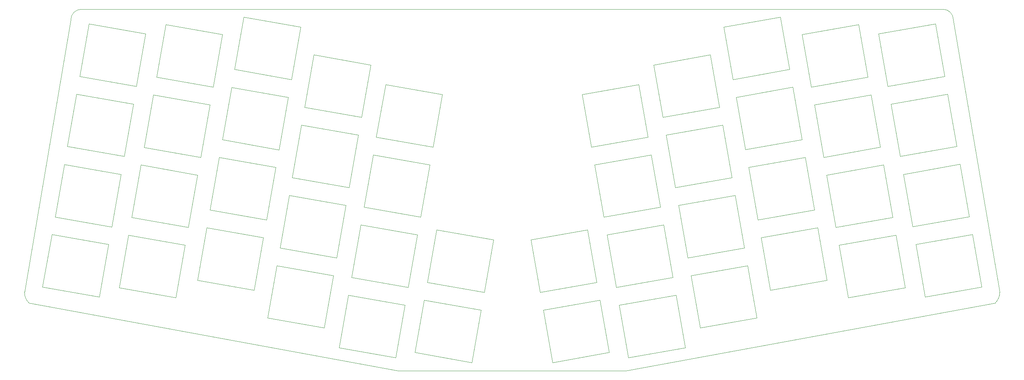
<source format=gbr>
%TF.GenerationSoftware,KiCad,Pcbnew,(5.1.10)-1*%
%TF.CreationDate,2021-11-03T20:54:48-06:00*%
%TF.ProjectId,VColChoc44 - Top,56436f6c-4368-46f6-9334-34202d20546f,rev?*%
%TF.SameCoordinates,Original*%
%TF.FileFunction,Profile,NP*%
%FSLAX46Y46*%
G04 Gerber Fmt 4.6, Leading zero omitted, Abs format (unit mm)*
G04 Created by KiCad (PCBNEW (5.1.10)-1) date 2021-11-03 20:54:48*
%MOMM*%
%LPD*%
G01*
G04 APERTURE LIST*
%TA.AperFunction,Profile*%
%ADD10C,0.050000*%
%TD*%
%TA.AperFunction,Profile*%
%ADD11C,0.120000*%
%TD*%
G04 APERTURE END LIST*
D10*
X252500000Y-60000000D02*
G75*
G02*
X255000000Y-62500000I0J-2500000D01*
G01*
X35000001Y-129999999D02*
G75*
G02*
X33964468Y-127500000I2499999J2499999D01*
G01*
X266035532Y-127500000D02*
G75*
G02*
X264999999Y-129999999I-3535532J0D01*
G01*
X45000000Y-62500000D02*
G75*
G02*
X47500000Y-60000000I2500000J0D01*
G01*
X45000000Y-62500000D02*
X33964468Y-127500000D01*
X122894427Y-146211146D02*
X177105573Y-146211146D01*
X47500000Y-60000000D02*
X252500000Y-60000000D01*
X35000000Y-130000000D02*
X122894427Y-146211146D01*
X177105573Y-146211146D02*
X265000000Y-130000000D01*
X255000000Y-62500000D02*
X266035532Y-127500000D01*
D11*
%TO.C,U44*%
X261746599Y-126200039D02*
X259541267Y-113692980D01*
X246049401Y-116071961D02*
X248254732Y-128579019D01*
X246049401Y-116071961D02*
X259541267Y-113692980D01*
X248254732Y-128579019D02*
X261746599Y-126200039D01*
%TO.C,U32*%
X240547599Y-109629039D02*
X238342267Y-97121980D01*
X224850401Y-99500961D02*
X227055732Y-112008019D01*
X224850401Y-99500961D02*
X238342267Y-97121980D01*
X227055732Y-112008019D02*
X240547599Y-109629039D01*
%TO.C,U43*%
X243499599Y-126371039D02*
X241294267Y-113863980D01*
X227802401Y-116242961D02*
X230007732Y-128750019D01*
X227802401Y-116242961D02*
X241294267Y-113863980D01*
X230007732Y-128750019D02*
X243499599Y-126371039D01*
%TO.C,U42*%
X224904599Y-124573039D02*
X222699267Y-112065980D01*
X209207401Y-114444961D02*
X211412732Y-126952019D01*
X209207401Y-114444961D02*
X222699267Y-112065980D01*
X211412732Y-126952019D02*
X224904599Y-124573039D01*
%TO.C,U41*%
X208219599Y-133607039D02*
X206014267Y-121099980D01*
X192522401Y-123478961D02*
X194727732Y-135986019D01*
X192522401Y-123478961D02*
X206014267Y-121099980D01*
X194727732Y-135986019D02*
X208219599Y-133607039D01*
%TO.C,U40*%
X191187599Y-140672039D02*
X188982267Y-128164980D01*
X175490401Y-130543961D02*
X177695732Y-143051019D01*
X175490401Y-130543961D02*
X188982267Y-128164980D01*
X177695732Y-143051019D02*
X191187599Y-140672039D01*
%TO.C,U39*%
X173113599Y-141828039D02*
X170908267Y-129320980D01*
X157416401Y-131699961D02*
X159621732Y-144207019D01*
X157416401Y-131699961D02*
X170908267Y-129320980D01*
X159621732Y-144207019D02*
X173113599Y-141828039D01*
%TO.C,U33*%
X258794599Y-109458039D02*
X256589267Y-96950980D01*
X243097401Y-99329961D02*
X245302732Y-111837019D01*
X243097401Y-99329961D02*
X256589267Y-96950980D01*
X245302732Y-111837019D02*
X258794599Y-109458039D01*
%TO.C,U31*%
X221952599Y-107831039D02*
X219747267Y-95323980D01*
X206255401Y-97702961D02*
X208460732Y-110210019D01*
X206255401Y-97702961D02*
X219747267Y-95323980D01*
X208460732Y-110210019D02*
X221952599Y-107831039D01*
%TO.C,U30*%
X205267599Y-116865039D02*
X203062267Y-104357980D01*
X189570401Y-106736961D02*
X191775732Y-119244019D01*
X189570401Y-106736961D02*
X203062267Y-104357980D01*
X191775732Y-119244019D02*
X205267599Y-116865039D01*
%TO.C,U29*%
X188235599Y-123930039D02*
X186030267Y-111422980D01*
X172538401Y-113801961D02*
X174743732Y-126309019D01*
X172538401Y-113801961D02*
X186030267Y-111422980D01*
X174743732Y-126309019D02*
X188235599Y-123930039D01*
%TO.C,U28*%
X170161599Y-125086039D02*
X167956267Y-112578980D01*
X154464401Y-114957961D02*
X156669732Y-127465019D01*
X154464401Y-114957961D02*
X167956267Y-112578980D01*
X156669732Y-127465019D02*
X170161599Y-125086039D01*
%TO.C,U38*%
X122304268Y-143051019D02*
X124509599Y-130543961D01*
X111017733Y-128164980D02*
X108812401Y-140672039D01*
X111017733Y-128164980D02*
X124509599Y-130543961D01*
X108812401Y-140672039D02*
X122304268Y-143051019D01*
%TO.C,U37*%
X105272068Y-135986019D02*
X107477399Y-123478961D01*
X93985533Y-121099980D02*
X91780201Y-133607039D01*
X93985533Y-121099980D02*
X107477399Y-123478961D01*
X91780201Y-133607039D02*
X105272068Y-135986019D01*
%TO.C,U36*%
X88587468Y-126952019D02*
X90792799Y-114444961D01*
X77300933Y-112065980D02*
X75095601Y-124573039D01*
X77300933Y-112065980D02*
X90792799Y-114444961D01*
X75095601Y-124573039D02*
X88587468Y-126952019D01*
%TO.C,U35*%
X69992668Y-128750019D02*
X72197999Y-116242961D01*
X58706133Y-113863980D02*
X56500801Y-126371039D01*
X58706133Y-113863980D02*
X72197999Y-116242961D01*
X56500801Y-126371039D02*
X69992668Y-128750019D01*
%TO.C,U34*%
X51745168Y-128579019D02*
X53950499Y-116071961D01*
X40458633Y-113692980D02*
X38253301Y-126200039D01*
X40458633Y-113692980D02*
X53950499Y-116071961D01*
X38253301Y-126200039D02*
X51745168Y-128579019D01*
%TO.C,U27*%
X125256268Y-126309019D02*
X127461599Y-113801961D01*
X113969733Y-111422980D02*
X111764401Y-123930039D01*
X113969733Y-111422980D02*
X127461599Y-113801961D01*
X111764401Y-123930039D02*
X125256268Y-126309019D01*
%TO.C,U26*%
X108224268Y-119244019D02*
X110429599Y-106736961D01*
X96937733Y-104357980D02*
X94732401Y-116865039D01*
X96937733Y-104357980D02*
X110429599Y-106736961D01*
X94732401Y-116865039D02*
X108224268Y-119244019D01*
%TO.C,U25*%
X91539468Y-110210019D02*
X93744799Y-97702961D01*
X80252933Y-95323980D02*
X78047601Y-107831039D01*
X80252933Y-95323980D02*
X93744799Y-97702961D01*
X78047601Y-107831039D02*
X91539468Y-110210019D01*
%TO.C,U24*%
X72944668Y-112008019D02*
X75149999Y-99500961D01*
X61658133Y-97121980D02*
X59452801Y-109629039D01*
X61658133Y-97121980D02*
X75149999Y-99500961D01*
X59452801Y-109629039D02*
X72944668Y-112008019D01*
%TO.C,U23*%
X54721103Y-111868494D02*
X56926434Y-99361436D01*
X43434568Y-96982455D02*
X41229236Y-109489514D01*
X43434568Y-96982455D02*
X56926434Y-99361436D01*
X41229236Y-109489514D02*
X54721103Y-111868494D01*
%TO.C,U22*%
X255842599Y-92716439D02*
X253637267Y-80209380D01*
X240145401Y-82588361D02*
X242350732Y-95095419D01*
X240145401Y-82588361D02*
X253637267Y-80209380D01*
X242350732Y-95095419D02*
X255842599Y-92716439D01*
%TO.C,U21*%
X237595599Y-92887639D02*
X235390267Y-80380580D01*
X221898401Y-82759561D02*
X224103732Y-95266619D01*
X221898401Y-82759561D02*
X235390267Y-80380580D01*
X224103732Y-95266619D02*
X237595599Y-92887639D01*
%TO.C,U20*%
X219000599Y-91089339D02*
X216795267Y-78582280D01*
X203303401Y-80961261D02*
X205508732Y-93468319D01*
X203303401Y-80961261D02*
X216795267Y-78582280D01*
X205508732Y-93468319D02*
X219000599Y-91089339D01*
%TO.C,U19*%
X202315599Y-100123839D02*
X200110267Y-87616780D01*
X186618401Y-89995761D02*
X188823732Y-102502819D01*
X186618401Y-89995761D02*
X200110267Y-87616780D01*
X188823732Y-102502819D02*
X202315599Y-100123839D01*
%TO.C,U18*%
X185283599Y-107189039D02*
X183078267Y-94681980D01*
X169586401Y-97060961D02*
X171791732Y-109568019D01*
X169586401Y-97060961D02*
X183078267Y-94681980D01*
X171791732Y-109568019D02*
X185283599Y-107189039D01*
%TO.C,U17*%
X140378268Y-144207019D02*
X142583599Y-131699961D01*
X129091733Y-129320980D02*
X126886401Y-141828039D01*
X129091733Y-129320980D02*
X142583599Y-131699961D01*
X126886401Y-141828039D02*
X140378268Y-144207019D01*
%TO.C,U16*%
X128208268Y-109568019D02*
X130413599Y-97060961D01*
X116921733Y-94681980D02*
X114716401Y-107189039D01*
X116921733Y-94681980D02*
X130413599Y-97060961D01*
X114716401Y-107189039D02*
X128208268Y-109568019D01*
%TO.C,U15*%
X111176268Y-102502819D02*
X113381599Y-89995761D01*
X99889733Y-87616780D02*
X97684401Y-100123839D01*
X99889733Y-87616780D02*
X113381599Y-89995761D01*
X97684401Y-100123839D02*
X111176268Y-102502819D01*
%TO.C,U14*%
X94512311Y-93489509D02*
X96717642Y-80982451D01*
X83225776Y-78603470D02*
X81020444Y-91110529D01*
X83225776Y-78603470D02*
X96717642Y-80982451D01*
X81020444Y-91110529D02*
X94512311Y-93489509D01*
%TO.C,U13*%
X75906805Y-95300818D02*
X78112136Y-82793760D01*
X64620270Y-80414779D02*
X62414938Y-92921838D01*
X64620270Y-80414779D02*
X78112136Y-82793760D01*
X62414938Y-92921838D02*
X75906805Y-95300818D01*
%TO.C,U11*%
X252890599Y-75974639D02*
X250685267Y-63467580D01*
X237193401Y-65846561D02*
X239398732Y-78353619D01*
X237193401Y-65846561D02*
X250685267Y-63467580D01*
X239398732Y-78353619D02*
X252890599Y-75974639D01*
%TO.C,U10*%
X234643599Y-76145939D02*
X232438267Y-63638880D01*
X218946401Y-66017861D02*
X221151732Y-78524919D01*
X218946401Y-66017861D02*
X232438267Y-63638880D01*
X221151732Y-78524919D02*
X234643599Y-76145939D01*
%TO.C,U9*%
X216048599Y-74347539D02*
X213843267Y-61840480D01*
X200351401Y-64219461D02*
X202556732Y-76726519D01*
X200351401Y-64219461D02*
X213843267Y-61840480D01*
X202556732Y-76726519D02*
X216048599Y-74347539D01*
%TO.C,U8*%
X199363599Y-83382039D02*
X197158267Y-70874980D01*
X183666401Y-73253961D02*
X185871732Y-85761019D01*
X183666401Y-73253961D02*
X197158267Y-70874980D01*
X185871732Y-85761019D02*
X199363599Y-83382039D01*
%TO.C,U7*%
X182331599Y-90446939D02*
X180126267Y-77939880D01*
X166634401Y-80318861D02*
X168839732Y-92825919D01*
X166634401Y-80318861D02*
X180126267Y-77939880D01*
X168839732Y-92825919D02*
X182331599Y-90446939D01*
%TO.C,U6*%
X143330268Y-127465019D02*
X145535599Y-114957961D01*
X132043733Y-112578980D02*
X129838401Y-125086039D01*
X132043733Y-112578980D02*
X145535599Y-114957961D01*
X129838401Y-125086039D02*
X143330268Y-127465019D01*
%TO.C,U5*%
X131160268Y-92825919D02*
X133365599Y-80318861D01*
X119873733Y-77939880D02*
X117668401Y-90446939D01*
X119873733Y-77939880D02*
X133365599Y-80318861D01*
X117668401Y-90446939D02*
X131160268Y-92825919D01*
%TO.C,U4*%
X114128268Y-85761019D02*
X116333599Y-73253961D01*
X102841733Y-70874980D02*
X100636401Y-83382039D01*
X102841733Y-70874980D02*
X116333599Y-73253961D01*
X100636401Y-83382039D02*
X114128268Y-85761019D01*
%TO.C,U3*%
X97443468Y-76726519D02*
X99648799Y-64219461D01*
X86156933Y-61840480D02*
X83951601Y-74347539D01*
X86156933Y-61840480D02*
X99648799Y-64219461D01*
X83951601Y-74347539D02*
X97443468Y-76726519D01*
%TO.C,U2*%
X78848668Y-78524919D02*
X81053999Y-66017861D01*
X67562133Y-63638880D02*
X65356801Y-76145939D01*
X67562133Y-63638880D02*
X81053999Y-66017861D01*
X65356801Y-76145939D02*
X78848668Y-78524919D01*
%TO.C,U12*%
X57649168Y-95095419D02*
X59854499Y-82588361D01*
X46362633Y-80209380D02*
X44157301Y-92716439D01*
X46362633Y-80209380D02*
X59854499Y-82588361D01*
X44157301Y-92716439D02*
X57649168Y-95095419D01*
%TO.C,U1*%
X60601268Y-78353619D02*
X62806599Y-65846561D01*
X49314733Y-63467580D02*
X47109401Y-75974639D01*
X49314733Y-63467580D02*
X62806599Y-65846561D01*
X47109401Y-75974639D02*
X60601268Y-78353619D01*
%TD*%
M02*

</source>
